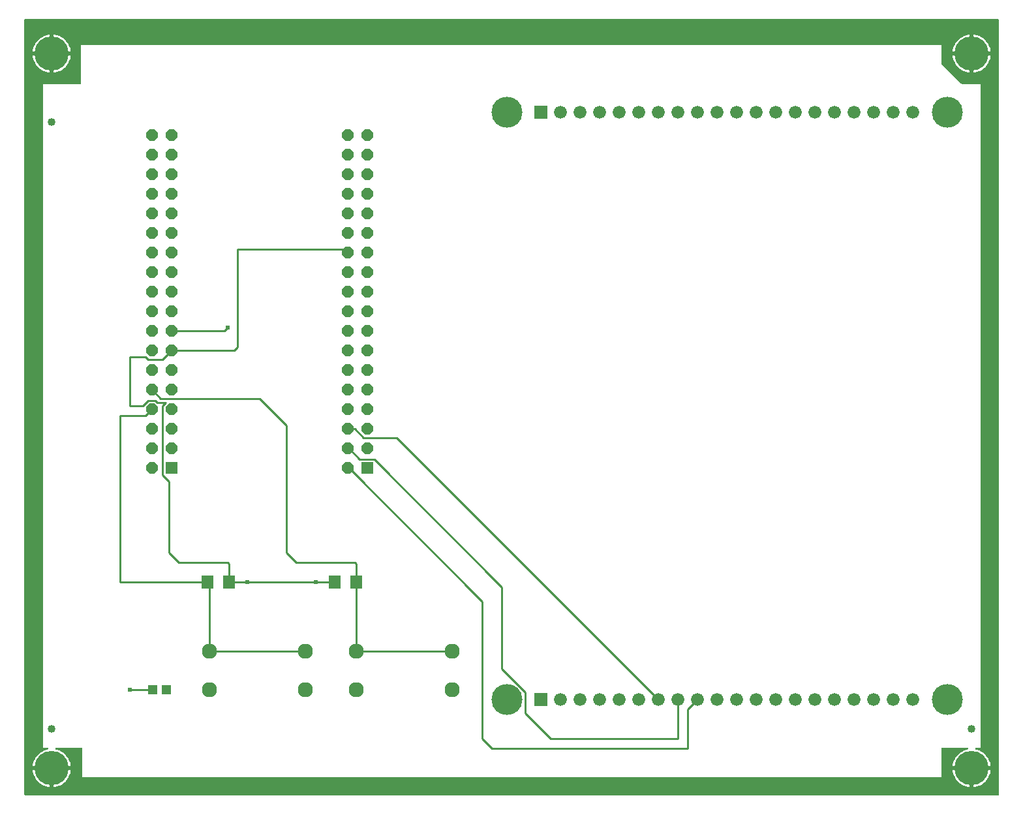
<source format=gbr>
G04 EAGLE Gerber RS-274X export*
G75*
%MOMM*%
%FSLAX34Y34*%
%LPD*%
%INTop Copper*%
%IPPOS*%
%AMOC8*
5,1,8,0,0,1.08239X$1,22.5*%
G01*
%ADD10R,1.524000X1.524000*%
%ADD11P,1.649562X8X112.500000*%
%ADD12R,1.676400X1.676400*%
%ADD13C,1.676400*%
%ADD14C,4.016000*%
%ADD15C,1.960000*%
%ADD16R,1.600000X1.803000*%
%ADD17C,4.445000*%
%ADD18C,1.016000*%
%ADD19R,1.143000X1.270000*%
%ADD20C,0.609600*%
%ADD21C,0.254000*%

G36*
X1267244Y1009008D02*
X1267244Y1009008D01*
X1267237Y1009127D01*
X1267224Y1009165D01*
X1267219Y1009206D01*
X1267176Y1009316D01*
X1267139Y1009429D01*
X1267117Y1009464D01*
X1267102Y1009501D01*
X1267033Y1009597D01*
X1266969Y1009698D01*
X1266939Y1009726D01*
X1266916Y1009759D01*
X1266824Y1009835D01*
X1266737Y1009916D01*
X1266702Y1009936D01*
X1266671Y1009961D01*
X1266563Y1010012D01*
X1266459Y1010070D01*
X1266419Y1010080D01*
X1266383Y1010097D01*
X1266266Y1010119D01*
X1266151Y1010149D01*
X1266091Y1010153D01*
X1266071Y1010157D01*
X1266050Y1010155D01*
X1265990Y1010159D01*
X3810Y1010159D01*
X3692Y1010144D01*
X3573Y1010137D01*
X3535Y1010124D01*
X3494Y1010119D01*
X3384Y1010076D01*
X3271Y1010039D01*
X3236Y1010017D01*
X3199Y1010002D01*
X3103Y1009933D01*
X3002Y1009869D01*
X2974Y1009839D01*
X2941Y1009816D01*
X2865Y1009724D01*
X2784Y1009637D01*
X2764Y1009602D01*
X2739Y1009571D01*
X2688Y1009463D01*
X2630Y1009359D01*
X2620Y1009319D01*
X2603Y1009283D01*
X2581Y1009166D01*
X2551Y1009051D01*
X2547Y1008991D01*
X2543Y1008971D01*
X2545Y1008950D01*
X2541Y1008890D01*
X2541Y3810D01*
X2556Y3692D01*
X2563Y3573D01*
X2576Y3535D01*
X2581Y3494D01*
X2624Y3384D01*
X2661Y3271D01*
X2683Y3236D01*
X2698Y3199D01*
X2767Y3103D01*
X2831Y3002D01*
X2861Y2974D01*
X2884Y2941D01*
X2976Y2865D01*
X3063Y2784D01*
X3098Y2764D01*
X3129Y2739D01*
X3237Y2688D01*
X3341Y2630D01*
X3381Y2620D01*
X3417Y2603D01*
X3534Y2581D01*
X3649Y2551D01*
X3709Y2547D01*
X3729Y2543D01*
X3750Y2545D01*
X3810Y2541D01*
X1265990Y2541D01*
X1266108Y2556D01*
X1266227Y2563D01*
X1266265Y2576D01*
X1266306Y2581D01*
X1266416Y2624D01*
X1266529Y2661D01*
X1266564Y2683D01*
X1266601Y2698D01*
X1266697Y2767D01*
X1266798Y2831D01*
X1266826Y2861D01*
X1266859Y2884D01*
X1266935Y2976D01*
X1267016Y3063D01*
X1267036Y3098D01*
X1267061Y3129D01*
X1267112Y3237D01*
X1267170Y3341D01*
X1267180Y3381D01*
X1267197Y3417D01*
X1267219Y3534D01*
X1267249Y3649D01*
X1267253Y3709D01*
X1267257Y3729D01*
X1267255Y3750D01*
X1267259Y3810D01*
X1267259Y1008890D01*
X1267244Y1009008D01*
G37*
%LPC*%
G36*
X74789Y925831D02*
X74789Y925831D01*
X74907Y925846D01*
X75026Y925853D01*
X75064Y925866D01*
X75104Y925871D01*
X75215Y925914D01*
X75328Y925951D01*
X75363Y925973D01*
X75400Y925988D01*
X75496Y926058D01*
X75597Y926121D01*
X75625Y926151D01*
X75657Y926174D01*
X75733Y926266D01*
X75815Y926353D01*
X75834Y926388D01*
X75860Y926419D01*
X75911Y926527D01*
X75968Y926631D01*
X75979Y926671D01*
X75996Y926707D01*
X76018Y926824D01*
X76048Y926939D01*
X76052Y927000D01*
X76056Y927020D01*
X76054Y927040D01*
X76058Y927100D01*
X76058Y976631D01*
X1192531Y976631D01*
X1192531Y952500D01*
X1192543Y952402D01*
X1192546Y952303D01*
X1192563Y952245D01*
X1192571Y952184D01*
X1192607Y952092D01*
X1192635Y951997D01*
X1192665Y951945D01*
X1192688Y951889D01*
X1192746Y951809D01*
X1192796Y951723D01*
X1192862Y951648D01*
X1192874Y951631D01*
X1192884Y951624D01*
X1192903Y951603D01*
X1218303Y926203D01*
X1218381Y926142D01*
X1218453Y926074D01*
X1218506Y926045D01*
X1218554Y926008D01*
X1218645Y925968D01*
X1218731Y925920D01*
X1218790Y925905D01*
X1218846Y925881D01*
X1218944Y925866D01*
X1219039Y925841D01*
X1219139Y925835D01*
X1219160Y925831D01*
X1219172Y925833D01*
X1219200Y925831D01*
X1243331Y925831D01*
X1243331Y64769D01*
X1237615Y64769D01*
X1237598Y64767D01*
X1237581Y64769D01*
X1237441Y64747D01*
X1237300Y64729D01*
X1237284Y64723D01*
X1237267Y64721D01*
X1237136Y64665D01*
X1237004Y64612D01*
X1236990Y64602D01*
X1236975Y64596D01*
X1236862Y64509D01*
X1236747Y64426D01*
X1236736Y64412D01*
X1236722Y64402D01*
X1236635Y64290D01*
X1236544Y64181D01*
X1236537Y64165D01*
X1236526Y64152D01*
X1236469Y64021D01*
X1236409Y63893D01*
X1236405Y63876D01*
X1236398Y63860D01*
X1236375Y63719D01*
X1236349Y63581D01*
X1236350Y63563D01*
X1236347Y63547D01*
X1236360Y63404D01*
X1236369Y63263D01*
X1236374Y63247D01*
X1236375Y63230D01*
X1236423Y63095D01*
X1236467Y62961D01*
X1236476Y62946D01*
X1236481Y62930D01*
X1236561Y62812D01*
X1236637Y62692D01*
X1236649Y62680D01*
X1236659Y62666D01*
X1236764Y62572D01*
X1236868Y62474D01*
X1236883Y62466D01*
X1236896Y62454D01*
X1237022Y62389D01*
X1237147Y62320D01*
X1237163Y62316D01*
X1237179Y62308D01*
X1237333Y62263D01*
X1238767Y61935D01*
X1241392Y61017D01*
X1243899Y59810D01*
X1246254Y58330D01*
X1248429Y56595D01*
X1250395Y54629D01*
X1252130Y52454D01*
X1253610Y50099D01*
X1254817Y47592D01*
X1255735Y44967D01*
X1256354Y42255D01*
X1256536Y40639D01*
X1233170Y40639D01*
X1233052Y40624D01*
X1232933Y40617D01*
X1232895Y40604D01*
X1232855Y40599D01*
X1232744Y40556D01*
X1232631Y40519D01*
X1232597Y40497D01*
X1232559Y40482D01*
X1232463Y40412D01*
X1232362Y40349D01*
X1232334Y40319D01*
X1232302Y40295D01*
X1232226Y40204D01*
X1232144Y40117D01*
X1232125Y40082D01*
X1232099Y40051D01*
X1232048Y39943D01*
X1231991Y39839D01*
X1231980Y39799D01*
X1231963Y39763D01*
X1231941Y39646D01*
X1231911Y39531D01*
X1231907Y39470D01*
X1231903Y39450D01*
X1231904Y39435D01*
X1231903Y39429D01*
X1231904Y39420D01*
X1231901Y39370D01*
X1231901Y38099D01*
X1231899Y38099D01*
X1231899Y39370D01*
X1231884Y39488D01*
X1231877Y39607D01*
X1231864Y39645D01*
X1231859Y39685D01*
X1231815Y39796D01*
X1231779Y39909D01*
X1231757Y39944D01*
X1231742Y39981D01*
X1231672Y40077D01*
X1231609Y40178D01*
X1231579Y40206D01*
X1231555Y40239D01*
X1231464Y40314D01*
X1231377Y40396D01*
X1231342Y40416D01*
X1231310Y40441D01*
X1231203Y40492D01*
X1231098Y40550D01*
X1231059Y40560D01*
X1231023Y40577D01*
X1230906Y40599D01*
X1230791Y40629D01*
X1230730Y40633D01*
X1230710Y40637D01*
X1230690Y40635D01*
X1230630Y40639D01*
X1207264Y40639D01*
X1207446Y42255D01*
X1208065Y44967D01*
X1208983Y47592D01*
X1210190Y50099D01*
X1211670Y52454D01*
X1213405Y54629D01*
X1215371Y56595D01*
X1217546Y58330D01*
X1219901Y59810D01*
X1222408Y61017D01*
X1225033Y61935D01*
X1226467Y62263D01*
X1226483Y62268D01*
X1226500Y62271D01*
X1226632Y62323D01*
X1226766Y62372D01*
X1226780Y62381D01*
X1226796Y62388D01*
X1226911Y62471D01*
X1227028Y62552D01*
X1227039Y62564D01*
X1227053Y62574D01*
X1227144Y62684D01*
X1227237Y62791D01*
X1227245Y62806D01*
X1227256Y62819D01*
X1227316Y62948D01*
X1227381Y63075D01*
X1227384Y63092D01*
X1227391Y63107D01*
X1227418Y63246D01*
X1227449Y63386D01*
X1227448Y63403D01*
X1227451Y63420D01*
X1227442Y63561D01*
X1227437Y63703D01*
X1227433Y63720D01*
X1227432Y63737D01*
X1227388Y63872D01*
X1227348Y64008D01*
X1227339Y64023D01*
X1227333Y64039D01*
X1227257Y64160D01*
X1227185Y64282D01*
X1227173Y64294D01*
X1227163Y64308D01*
X1227060Y64406D01*
X1226959Y64506D01*
X1226944Y64514D01*
X1226932Y64526D01*
X1226808Y64594D01*
X1226685Y64667D01*
X1226668Y64671D01*
X1226653Y64680D01*
X1226516Y64715D01*
X1226379Y64754D01*
X1226362Y64755D01*
X1226345Y64759D01*
X1226185Y64769D01*
X1193800Y64769D01*
X1193682Y64754D01*
X1193563Y64747D01*
X1193525Y64734D01*
X1193484Y64729D01*
X1193374Y64686D01*
X1193261Y64649D01*
X1193226Y64627D01*
X1193189Y64612D01*
X1193093Y64543D01*
X1192992Y64479D01*
X1192964Y64449D01*
X1192931Y64426D01*
X1192856Y64334D01*
X1192774Y64247D01*
X1192754Y64212D01*
X1192729Y64181D01*
X1192678Y64073D01*
X1192620Y63969D01*
X1192610Y63929D01*
X1192593Y63893D01*
X1192571Y63776D01*
X1192541Y63661D01*
X1192537Y63601D01*
X1192533Y63581D01*
X1192535Y63560D01*
X1192534Y63548D01*
X1192533Y63545D01*
X1192533Y63543D01*
X1192531Y63500D01*
X1192531Y26669D01*
X77469Y26669D01*
X77469Y63500D01*
X77454Y63618D01*
X77447Y63737D01*
X77434Y63775D01*
X77429Y63816D01*
X77386Y63926D01*
X77349Y64039D01*
X77327Y64074D01*
X77312Y64111D01*
X77243Y64207D01*
X77179Y64308D01*
X77149Y64336D01*
X77126Y64369D01*
X77034Y64445D01*
X76947Y64526D01*
X76912Y64546D01*
X76881Y64571D01*
X76773Y64622D01*
X76669Y64680D01*
X76629Y64690D01*
X76593Y64707D01*
X76476Y64729D01*
X76361Y64759D01*
X76301Y64763D01*
X76281Y64767D01*
X76260Y64765D01*
X76200Y64769D01*
X43815Y64769D01*
X43798Y64767D01*
X43781Y64769D01*
X43641Y64747D01*
X43500Y64729D01*
X43484Y64723D01*
X43467Y64721D01*
X43336Y64665D01*
X43204Y64612D01*
X43190Y64602D01*
X43175Y64596D01*
X43062Y64509D01*
X42947Y64426D01*
X42936Y64412D01*
X42922Y64402D01*
X42835Y64290D01*
X42744Y64181D01*
X42737Y64165D01*
X42726Y64152D01*
X42669Y64021D01*
X42609Y63893D01*
X42605Y63876D01*
X42598Y63860D01*
X42575Y63719D01*
X42549Y63581D01*
X42550Y63563D01*
X42547Y63547D01*
X42560Y63404D01*
X42569Y63263D01*
X42574Y63247D01*
X42575Y63230D01*
X42623Y63095D01*
X42667Y62961D01*
X42676Y62946D01*
X42681Y62930D01*
X42761Y62812D01*
X42837Y62692D01*
X42849Y62680D01*
X42859Y62666D01*
X42965Y62572D01*
X43068Y62474D01*
X43083Y62466D01*
X43096Y62454D01*
X43222Y62389D01*
X43347Y62320D01*
X43363Y62316D01*
X43379Y62308D01*
X43533Y62263D01*
X44967Y61935D01*
X47592Y61017D01*
X50099Y59810D01*
X52454Y58330D01*
X54629Y56595D01*
X56595Y54629D01*
X58330Y52454D01*
X59810Y50099D01*
X61017Y47592D01*
X61935Y44967D01*
X62554Y42255D01*
X62736Y40639D01*
X39370Y40639D01*
X39252Y40624D01*
X39133Y40617D01*
X39095Y40604D01*
X39055Y40599D01*
X38944Y40556D01*
X38831Y40519D01*
X38797Y40497D01*
X38759Y40482D01*
X38663Y40412D01*
X38562Y40349D01*
X38534Y40319D01*
X38502Y40295D01*
X38426Y40204D01*
X38344Y40117D01*
X38325Y40082D01*
X38299Y40051D01*
X38248Y39943D01*
X38191Y39839D01*
X38180Y39799D01*
X38163Y39763D01*
X38141Y39646D01*
X38111Y39531D01*
X38107Y39470D01*
X38103Y39450D01*
X38104Y39435D01*
X38103Y39429D01*
X38104Y39420D01*
X38101Y39370D01*
X38101Y38099D01*
X38099Y38099D01*
X38099Y39370D01*
X38084Y39488D01*
X38077Y39607D01*
X38064Y39645D01*
X38059Y39685D01*
X38015Y39796D01*
X37979Y39909D01*
X37957Y39944D01*
X37942Y39981D01*
X37872Y40077D01*
X37809Y40178D01*
X37779Y40206D01*
X37755Y40239D01*
X37664Y40314D01*
X37577Y40396D01*
X37542Y40416D01*
X37510Y40441D01*
X37403Y40492D01*
X37298Y40550D01*
X37259Y40560D01*
X37223Y40577D01*
X37106Y40599D01*
X36991Y40629D01*
X36930Y40633D01*
X36910Y40637D01*
X36890Y40635D01*
X36830Y40639D01*
X13464Y40639D01*
X13646Y42255D01*
X14265Y44967D01*
X15183Y47592D01*
X16390Y50099D01*
X17870Y52454D01*
X19605Y54629D01*
X21571Y56595D01*
X23746Y58330D01*
X26101Y59810D01*
X28608Y61017D01*
X31233Y61935D01*
X32667Y62263D01*
X32683Y62268D01*
X32700Y62271D01*
X32832Y62323D01*
X32966Y62372D01*
X32980Y62381D01*
X32996Y62388D01*
X33111Y62471D01*
X33228Y62552D01*
X33239Y62564D01*
X33253Y62574D01*
X33344Y62684D01*
X33437Y62791D01*
X33445Y62806D01*
X33456Y62819D01*
X33516Y62948D01*
X33580Y63075D01*
X33584Y63092D01*
X33591Y63107D01*
X33618Y63246D01*
X33649Y63386D01*
X33648Y63403D01*
X33651Y63420D01*
X33642Y63561D01*
X33637Y63703D01*
X33633Y63720D01*
X33631Y63737D01*
X33588Y63872D01*
X33548Y64008D01*
X33539Y64023D01*
X33533Y64039D01*
X33458Y64159D01*
X33385Y64282D01*
X33372Y64294D01*
X33363Y64308D01*
X33260Y64406D01*
X33159Y64506D01*
X33144Y64514D01*
X33132Y64526D01*
X33008Y64594D01*
X32885Y64667D01*
X32868Y64671D01*
X32853Y64680D01*
X32716Y64715D01*
X32579Y64754D01*
X32562Y64755D01*
X32545Y64759D01*
X32385Y64769D01*
X26669Y64769D01*
X26669Y925831D01*
X74789Y925831D01*
G37*
%LPD*%
%LPC*%
G36*
X40639Y967739D02*
X40639Y967739D01*
X40639Y989836D01*
X42255Y989654D01*
X44967Y989035D01*
X47592Y988117D01*
X50099Y986910D01*
X52454Y985430D01*
X54629Y983695D01*
X56595Y981729D01*
X58330Y979554D01*
X59810Y977199D01*
X61017Y974692D01*
X61935Y972067D01*
X62554Y969355D01*
X62736Y967739D01*
X40639Y967739D01*
G37*
%LPD*%
%LPC*%
G36*
X1234439Y967739D02*
X1234439Y967739D01*
X1234439Y989836D01*
X1236055Y989654D01*
X1238767Y989035D01*
X1241392Y988117D01*
X1243899Y986910D01*
X1246254Y985430D01*
X1248429Y983695D01*
X1250395Y981729D01*
X1252130Y979554D01*
X1253610Y977199D01*
X1254817Y974692D01*
X1255735Y972067D01*
X1256354Y969355D01*
X1256536Y967739D01*
X1234439Y967739D01*
G37*
%LPD*%
%LPC*%
G36*
X13464Y967739D02*
X13464Y967739D01*
X13646Y969355D01*
X14265Y972067D01*
X15183Y974692D01*
X16390Y977199D01*
X17870Y979554D01*
X19605Y981729D01*
X21571Y983695D01*
X23746Y985430D01*
X26101Y986910D01*
X28608Y988117D01*
X31233Y989035D01*
X33945Y989654D01*
X35561Y989836D01*
X35561Y967739D01*
X13464Y967739D01*
G37*
%LPD*%
%LPC*%
G36*
X1207264Y967739D02*
X1207264Y967739D01*
X1207446Y969355D01*
X1208065Y972067D01*
X1208983Y974692D01*
X1210190Y977199D01*
X1211670Y979554D01*
X1213405Y981729D01*
X1215371Y983695D01*
X1217546Y985430D01*
X1219901Y986910D01*
X1222408Y988117D01*
X1225033Y989035D01*
X1227745Y989654D01*
X1229361Y989836D01*
X1229361Y967739D01*
X1207264Y967739D01*
G37*
%LPD*%
%LPC*%
G36*
X1234439Y962661D02*
X1234439Y962661D01*
X1256536Y962661D01*
X1256354Y961045D01*
X1255735Y958333D01*
X1254817Y955708D01*
X1253610Y953201D01*
X1252130Y950846D01*
X1250395Y948671D01*
X1248429Y946705D01*
X1246254Y944970D01*
X1243899Y943490D01*
X1241392Y942283D01*
X1238767Y941365D01*
X1236055Y940746D01*
X1234439Y940564D01*
X1234439Y962661D01*
G37*
%LPD*%
%LPC*%
G36*
X40639Y962661D02*
X40639Y962661D01*
X62736Y962661D01*
X62554Y961045D01*
X61935Y958333D01*
X61017Y955708D01*
X59810Y953201D01*
X58330Y950846D01*
X56595Y948671D01*
X54629Y946705D01*
X52454Y944970D01*
X50099Y943490D01*
X47592Y942283D01*
X44967Y941365D01*
X42255Y940746D01*
X40639Y940564D01*
X40639Y962661D01*
G37*
%LPD*%
%LPC*%
G36*
X1234439Y35561D02*
X1234439Y35561D01*
X1256536Y35561D01*
X1256354Y33945D01*
X1255735Y31233D01*
X1254817Y28608D01*
X1253610Y26101D01*
X1252130Y23746D01*
X1250395Y21571D01*
X1248429Y19605D01*
X1246254Y17870D01*
X1243899Y16390D01*
X1241392Y15183D01*
X1238767Y14265D01*
X1236055Y13646D01*
X1234439Y13464D01*
X1234439Y35561D01*
G37*
%LPD*%
%LPC*%
G36*
X40639Y35561D02*
X40639Y35561D01*
X62736Y35561D01*
X62554Y33945D01*
X61935Y31233D01*
X61017Y28608D01*
X59810Y26101D01*
X58330Y23746D01*
X56595Y21571D01*
X54629Y19605D01*
X52454Y17870D01*
X50099Y16390D01*
X47592Y15183D01*
X44967Y14265D01*
X42255Y13646D01*
X40639Y13464D01*
X40639Y35561D01*
G37*
%LPD*%
%LPC*%
G36*
X1227745Y940746D02*
X1227745Y940746D01*
X1225033Y941365D01*
X1222408Y942283D01*
X1219901Y943490D01*
X1217546Y944970D01*
X1215371Y946705D01*
X1213405Y948671D01*
X1211670Y950846D01*
X1210190Y953201D01*
X1208983Y955708D01*
X1208065Y958333D01*
X1207446Y961045D01*
X1207264Y962661D01*
X1229361Y962661D01*
X1229361Y940564D01*
X1227745Y940746D01*
G37*
%LPD*%
%LPC*%
G36*
X33945Y940746D02*
X33945Y940746D01*
X31233Y941365D01*
X28608Y942283D01*
X26101Y943490D01*
X23746Y944970D01*
X21571Y946705D01*
X19605Y948671D01*
X17870Y950846D01*
X16390Y953201D01*
X15183Y955708D01*
X14265Y958333D01*
X13646Y961045D01*
X13464Y962661D01*
X35561Y962661D01*
X35561Y940564D01*
X33945Y940746D01*
G37*
%LPD*%
%LPC*%
G36*
X1227745Y13646D02*
X1227745Y13646D01*
X1225033Y14265D01*
X1222408Y15183D01*
X1219901Y16390D01*
X1217546Y17870D01*
X1215371Y19605D01*
X1213405Y21571D01*
X1211670Y23746D01*
X1210190Y26101D01*
X1208983Y28608D01*
X1208065Y31233D01*
X1207446Y33945D01*
X1207264Y35561D01*
X1229361Y35561D01*
X1229361Y13464D01*
X1227745Y13646D01*
G37*
%LPD*%
%LPC*%
G36*
X33945Y13646D02*
X33945Y13646D01*
X31233Y14265D01*
X28608Y15183D01*
X26101Y16390D01*
X23746Y17870D01*
X21571Y19605D01*
X19605Y21571D01*
X17870Y23746D01*
X16390Y26101D01*
X15183Y28608D01*
X14265Y31233D01*
X13646Y33945D01*
X13464Y35561D01*
X35561Y35561D01*
X35561Y13464D01*
X33945Y13646D01*
G37*
%LPD*%
%LPC*%
G36*
X1231899Y965199D02*
X1231899Y965199D01*
X1231899Y965201D01*
X1231901Y965201D01*
X1231901Y965199D01*
X1231899Y965199D01*
G37*
%LPD*%
%LPC*%
G36*
X38099Y965199D02*
X38099Y965199D01*
X38099Y965201D01*
X38101Y965201D01*
X38101Y965199D01*
X38099Y965199D01*
G37*
%LPD*%
D10*
X447300Y427400D03*
D11*
X421900Y427400D03*
X447300Y452800D03*
X421900Y452800D03*
X447300Y478200D03*
X421900Y478200D03*
X447300Y503600D03*
X421900Y503600D03*
X447300Y529000D03*
X421900Y529000D03*
X447300Y554400D03*
X421900Y554400D03*
X447300Y579800D03*
X421900Y579800D03*
X447300Y605200D03*
X421900Y605200D03*
X447300Y630600D03*
X421900Y630600D03*
X447300Y656000D03*
X421900Y656000D03*
X447300Y681400D03*
X421900Y681400D03*
X447300Y706800D03*
X421900Y706800D03*
X447300Y732200D03*
X421900Y732200D03*
X447300Y757600D03*
X421900Y757600D03*
X447300Y783000D03*
X421900Y783000D03*
X447300Y808400D03*
X421900Y808400D03*
X447300Y833800D03*
X421900Y833800D03*
X447300Y859200D03*
X421900Y859200D03*
D10*
X193300Y427400D03*
D11*
X167900Y427400D03*
X193300Y452800D03*
X167900Y452800D03*
X193300Y478200D03*
X167900Y478200D03*
X193300Y503600D03*
X167900Y503600D03*
X193300Y529000D03*
X167900Y529000D03*
X193300Y554400D03*
X167900Y554400D03*
X193300Y579800D03*
X167900Y579800D03*
X193300Y605200D03*
X167900Y605200D03*
X193300Y630600D03*
X167900Y630600D03*
X193300Y656000D03*
X167900Y656000D03*
X193300Y681400D03*
X167900Y681400D03*
X193300Y706800D03*
X167900Y706800D03*
X193300Y732200D03*
X167900Y732200D03*
X193300Y757600D03*
X167900Y757600D03*
X193300Y783000D03*
X167900Y783000D03*
X193300Y808400D03*
X167900Y808400D03*
X193300Y833800D03*
X167900Y833800D03*
X193300Y859200D03*
X167900Y859200D03*
D12*
X673100Y889000D03*
D13*
X698500Y889000D03*
X723900Y889000D03*
X749300Y889000D03*
X774700Y889000D03*
X800100Y889000D03*
X825500Y889000D03*
X850900Y889000D03*
X876300Y889000D03*
X901700Y889000D03*
X927100Y889000D03*
X952500Y889000D03*
X977900Y889000D03*
X1003300Y889000D03*
X1028700Y889000D03*
X1054100Y889000D03*
X1079500Y889000D03*
X1104900Y889000D03*
X1130300Y889000D03*
X1155700Y889000D03*
D12*
X673100Y127000D03*
D13*
X698500Y127000D03*
X723900Y127000D03*
X749300Y127000D03*
X774700Y127000D03*
X800100Y127000D03*
X825500Y127000D03*
X850900Y127000D03*
X876300Y127000D03*
X901700Y127000D03*
X927100Y127000D03*
X952500Y127000D03*
X977900Y127000D03*
X1003300Y127000D03*
X1028700Y127000D03*
X1054100Y127000D03*
X1079500Y127000D03*
X1104900Y127000D03*
X1130300Y127000D03*
X1155700Y127000D03*
D14*
X628650Y127000D03*
X1200150Y127000D03*
X628650Y889000D03*
X1200150Y889000D03*
D15*
X557800Y190100D03*
X557800Y140100D03*
X432800Y140100D03*
X432800Y190100D03*
X367300Y190100D03*
X367300Y140100D03*
X242300Y140100D03*
X242300Y190100D03*
D16*
X404880Y279400D03*
X433320Y279400D03*
X239780Y279400D03*
X268220Y279400D03*
D17*
X38100Y38100D03*
X38100Y965200D03*
X1231900Y965200D03*
X1231900Y38100D03*
D18*
X38100Y876300D03*
X1231900Y88900D03*
X38100Y88900D03*
D19*
X168910Y139700D03*
X186690Y139700D03*
D20*
X381000Y279400D03*
D21*
X292100Y279400D02*
X268220Y279400D01*
D20*
X292100Y279400D03*
D21*
X381000Y279400D01*
X275000Y579800D02*
X193300Y579800D01*
X275000Y579800D02*
X279400Y584200D01*
X279400Y711200D01*
X417500Y711200D01*
X421900Y706800D01*
X163166Y568370D02*
X160036Y571500D01*
X139700Y571500D01*
X181870Y568370D02*
X193300Y579800D01*
X181870Y568370D02*
X163166Y568370D01*
X139700Y571500D02*
X139700Y508000D01*
X163166Y515030D02*
X172635Y515030D01*
X156136Y508000D02*
X139700Y508000D01*
X156136Y508000D02*
X163166Y515030D01*
X172635Y515030D02*
X175182Y512482D01*
X186018Y512482D01*
X181870Y508335D01*
X190500Y409572D02*
X190500Y317500D01*
X190500Y409572D02*
X181870Y418202D01*
X181870Y508335D01*
X190500Y317500D02*
X203200Y304800D01*
X266700Y304800D01*
X268220Y303280D01*
X268220Y279400D01*
X381000Y279400D02*
X404880Y279400D01*
X168910Y139700D02*
X139700Y139700D01*
D20*
X139700Y139700D03*
D21*
X193300Y605200D02*
X262300Y605200D01*
X266700Y609600D01*
D20*
X266700Y609600D03*
D21*
X167900Y503600D02*
X159600Y495300D01*
X127000Y495300D01*
X127000Y279400D01*
X239780Y279400D01*
X242300Y276880D01*
X242300Y190100D01*
X367300Y190100D01*
X179330Y517570D02*
X167900Y529000D01*
X342900Y482600D02*
X342900Y317500D01*
X355600Y304800D01*
X431800Y304800D01*
X433320Y303280D01*
X433320Y279400D01*
X307930Y517570D02*
X179330Y517570D01*
X307930Y517570D02*
X342900Y482600D01*
X433320Y279400D02*
X433320Y190620D01*
X432800Y190100D01*
X557800Y190100D01*
X431136Y478200D02*
X421900Y478200D01*
X431136Y478200D02*
X442566Y466770D01*
X485730Y466770D02*
X825500Y127000D01*
X485730Y466770D02*
X442566Y466770D01*
X850900Y127000D02*
X850900Y76200D01*
X685800Y76200D01*
X652540Y109460D01*
X652540Y136896D01*
X622300Y167136D01*
X423500Y452800D02*
X421900Y452800D01*
X423500Y452800D02*
X437470Y438830D01*
X456498Y438830D01*
X622300Y273028D01*
X622300Y167136D01*
X863600Y114300D02*
X876300Y127000D01*
X863600Y114300D02*
X863600Y63500D01*
X609600Y63500D01*
X596900Y76200D01*
X596900Y254000D01*
X423500Y427400D01*
X421900Y427400D01*
M02*

</source>
